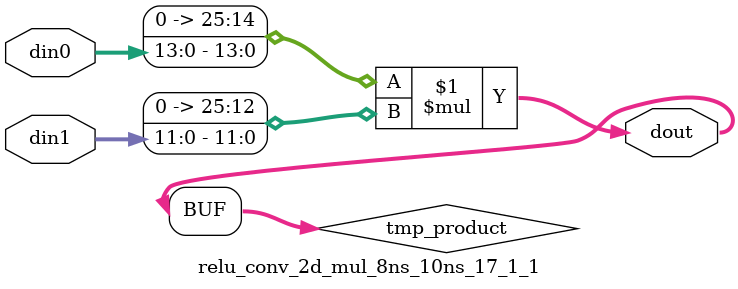
<source format=v>

`timescale 1 ns / 1 ps

 module relu_conv_2d_mul_8ns_10ns_17_1_1(din0, din1, dout);
parameter ID = 1;
parameter NUM_STAGE = 0;
parameter din0_WIDTH = 14;
parameter din1_WIDTH = 12;
parameter dout_WIDTH = 26;

input [din0_WIDTH - 1 : 0] din0; 
input [din1_WIDTH - 1 : 0] din1; 
output [dout_WIDTH - 1 : 0] dout;

wire signed [dout_WIDTH - 1 : 0] tmp_product;
























assign tmp_product = $signed({1'b0, din0}) * $signed({1'b0, din1});











assign dout = tmp_product;





















endmodule

</source>
